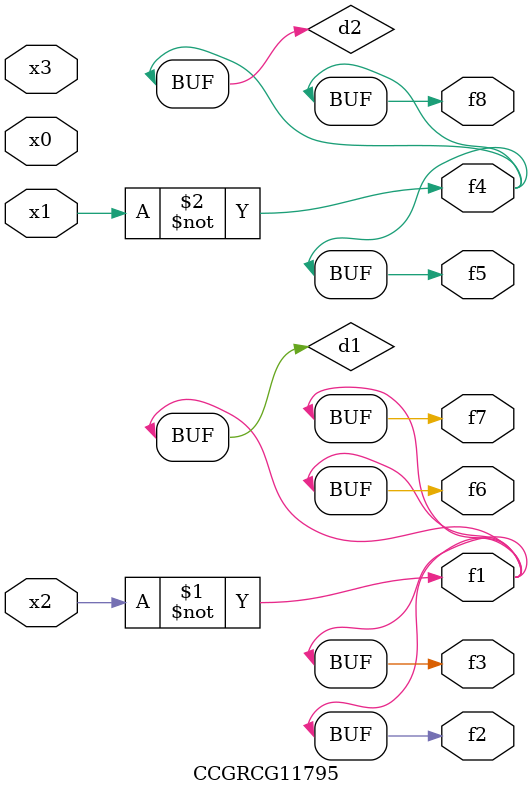
<source format=v>
module CCGRCG11795(
	input x0, x1, x2, x3,
	output f1, f2, f3, f4, f5, f6, f7, f8
);

	wire d1, d2;

	xnor (d1, x2);
	not (d2, x1);
	assign f1 = d1;
	assign f2 = d1;
	assign f3 = d1;
	assign f4 = d2;
	assign f5 = d2;
	assign f6 = d1;
	assign f7 = d1;
	assign f8 = d2;
endmodule

</source>
